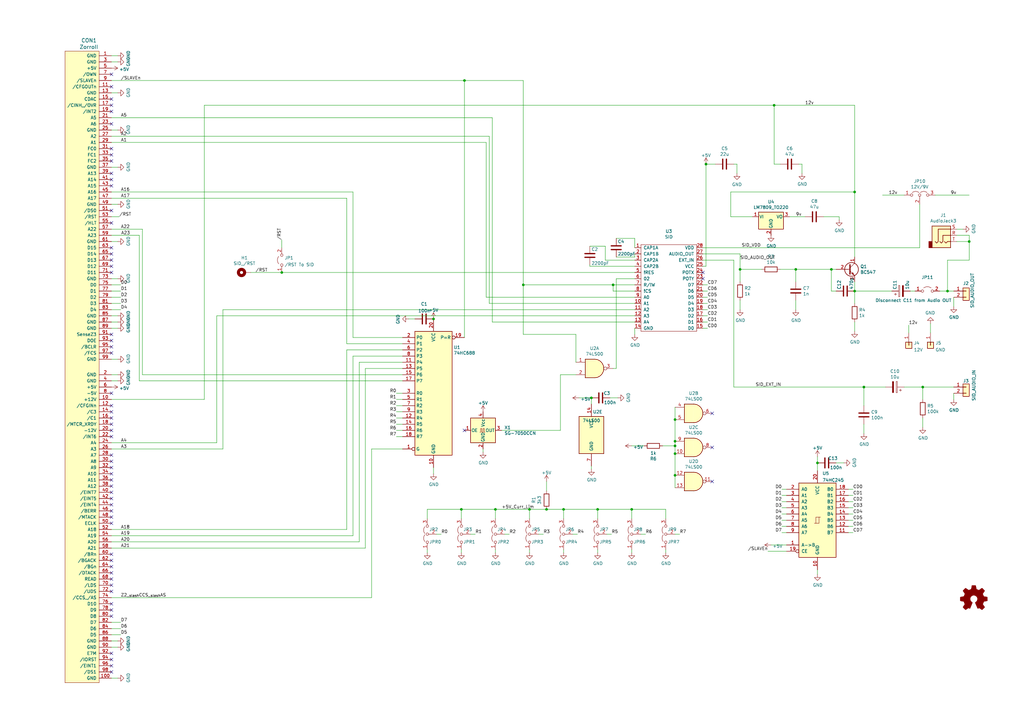
<source format=kicad_sch>
(kicad_sch (version 20211123) (generator eeschema)
  (paper "A3")
  (junction (at 326.39 110.49))
  (junction (at 276.86 182.88))
  (junction (at 354.33 158.75))
  (junction (at 214.63 116.84))
  (junction (at 335.28 189.865))
  (junction (at 388.62 119.38))
  (junction (at 397.51 99.06))
  (junction (at 317.5 43.18))
  (junction (at 245.11 208.915))
  (junction (at 303.53 110.49))
  (junction (at 259.08 208.915))
  (junction (at 276.86 172.085))
  (junction (at 115.57 111.76))
  (junction (at 177.8 130.81))
  (junction (at 350.52 119.38))
  (junction (at 276.86 180.975))
  (junction (at 224.155 208.915))
  (junction (at 289.56 67.31))
  (junction (at 276.86 186.055))
  (junction (at 276.86 194.945))
  (junction (at 189.23 208.915))
  (junction (at 340.995 110.49))
  (junction (at 251.46 116.84))
  (junction (at 378.46 158.75))
  (junction (at 217.17 208.915))
  (junction (at 231.14 208.915))
  (junction (at 350.52 78.74))
  (junction (at 190.5 33.02))
  (junction (at 242.57 163.195))
  (junction (at 203.2 208.915))
  (no_connect (at 45.72 267.97))
  (no_connect (at 45.72 270.51))
  (no_connect (at 45.72 275.59))
  (no_connect (at 45.72 273.05))
  (no_connect (at 45.72 173.99))
  (no_connect (at 45.72 176.53))
  (no_connect (at 45.72 179.07))
  (no_connect (at 45.72 171.45))
  (no_connect (at 45.72 199.39))
  (no_connect (at 45.72 201.93))
  (no_connect (at 45.72 242.57))
  (no_connect (at 45.72 247.65))
  (no_connect (at 45.72 252.73))
  (no_connect (at 45.72 250.19))
  (no_connect (at 45.72 204.47))
  (no_connect (at 45.72 207.01))
  (no_connect (at 45.72 209.55))
  (no_connect (at 45.72 212.09))
  (no_connect (at 45.72 214.63))
  (no_connect (at 45.72 229.87))
  (no_connect (at 45.72 232.41))
  (no_connect (at 45.72 234.95))
  (no_connect (at 45.72 237.49))
  (no_connect (at 45.72 240.03))
  (no_connect (at 45.72 227.33))
  (no_connect (at 45.72 139.7))
  (no_connect (at 45.72 137.16))
  (no_connect (at 45.72 142.24))
  (no_connect (at 45.72 144.78))
  (no_connect (at 45.72 166.37))
  (no_connect (at 45.72 168.91))
  (no_connect (at 292.1 169.545))
  (no_connect (at 292.1 197.485))
  (no_connect (at 288.29 111.76))
  (no_connect (at 288.29 114.3))
  (no_connect (at 292.1 183.515))
  (no_connect (at 190.5 176.53))
  (no_connect (at 45.72 86.36))
  (no_connect (at 45.72 91.44))
  (no_connect (at 45.72 101.6))
  (no_connect (at 45.72 104.14))
  (no_connect (at 45.72 106.68))
  (no_connect (at 45.72 109.22))
  (no_connect (at 45.72 111.76))
  (no_connect (at 45.72 71.12))
  (no_connect (at 45.72 73.66))
  (no_connect (at 45.72 76.2))
  (no_connect (at 45.72 60.96))
  (no_connect (at 45.72 63.5))
  (no_connect (at 45.72 66.04))
  (no_connect (at 45.72 50.8))
  (no_connect (at 45.72 45.72))
  (no_connect (at 45.72 43.18))
  (no_connect (at 45.72 30.48))
  (no_connect (at 45.72 35.56))
  (no_connect (at 45.72 40.64))
  (no_connect (at 45.72 161.29))
  (no_connect (at 45.72 186.69))
  (no_connect (at 45.72 189.23))
  (no_connect (at 45.72 191.77))
  (no_connect (at 45.72 196.85))
  (no_connect (at 45.72 194.31))
  (wire (pts (xy 83.82 163.83) (xy 83.82 43.18)))
  (wire (pts (xy 45.72 163.83) (xy 83.82 163.83)))
  (wire (pts (xy 317.5 67.31) (xy 320.04 67.31)))
  (wire (pts (xy 259.08 208.915) (xy 259.08 212.725)))
  (wire (pts (xy 199.39 121.92) (xy 260.35 121.92)))
  (wire (pts (xy 302.26 67.31) (xy 302.26 71.12)))
  (wire (pts (xy 347.98 213.36) (xy 349.885 213.36)))
  (wire (pts (xy 48.26 265.43) (xy 45.72 265.43)))
  (wire (pts (xy 326.39 110.49) (xy 340.995 110.49)))
  (wire (pts (xy 217.17 208.915) (xy 224.155 208.915)))
  (wire (pts (xy 231.14 208.915) (xy 231.14 212.725)))
  (wire (pts (xy 48.26 156.21) (xy 45.72 156.21)))
  (wire (pts (xy 48.26 147.32) (xy 45.72 147.32)))
  (wire (pts (xy 288.29 106.68) (xy 300.99 106.68)))
  (wire (pts (xy 344.17 88.9) (xy 344.17 90.17)))
  (wire (pts (xy 45.72 68.58) (xy 48.26 68.58)))
  (wire (pts (xy 391.16 121.92) (xy 391.16 125.73)))
  (wire (pts (xy 115.57 101.6) (xy 115.57 98.425)))
  (wire (pts (xy 45.72 81.28) (xy 142.24 81.28)))
  (wire (pts (xy 45.72 25.4) (xy 48.26 25.4)))
  (wire (pts (xy 251.46 116.84) (xy 260.35 116.84)))
  (wire (pts (xy 48.26 278.13) (xy 45.72 278.13)))
  (wire (pts (xy 45.72 245.11) (xy 152.4 245.11)))
  (wire (pts (xy 383.54 80.01) (xy 397.51 80.01)))
  (wire (pts (xy 83.82 43.18) (xy 317.5 43.18)))
  (wire (pts (xy 289.56 67.31) (xy 293.37 67.31)))
  (wire (pts (xy 303.53 123.19) (xy 303.53 127)))
  (wire (pts (xy 323.85 88.9) (xy 330.2 88.9)))
  (wire (pts (xy 45.72 58.42) (xy 199.39 58.42)))
  (wire (pts (xy 142.24 140.97) (xy 165.1 140.97)))
  (wire (pts (xy 165.1 171.45) (xy 162.56 171.45)))
  (wire (pts (xy 288.29 127) (xy 290.195 127)))
  (wire (pts (xy 241.935 109.22) (xy 241.935 108.585)))
  (wire (pts (xy 45.72 260.35) (xy 49.53 260.35)))
  (wire (pts (xy 214.63 33.02) (xy 190.5 33.02)))
  (wire (pts (xy 175.26 225.425) (xy 175.26 226.695)))
  (wire (pts (xy 251.46 116.84) (xy 214.63 116.84)))
  (wire (pts (xy 377.19 83.82) (xy 377.19 101.6)))
  (wire (pts (xy 234.95 219.075) (xy 236.855 219.075)))
  (wire (pts (xy 251.46 119.38) (xy 260.35 119.38)))
  (wire (pts (xy 45.72 224.79) (xy 149.86 224.79)))
  (wire (pts (xy 48.26 153.67) (xy 45.72 153.67)))
  (wire (pts (xy 350.52 132.08) (xy 350.52 135.89)))
  (wire (pts (xy 45.72 22.86) (xy 48.26 22.86)))
  (wire (pts (xy 320.675 200.66) (xy 322.58 200.66)))
  (wire (pts (xy 290.195 124.46) (xy 288.29 124.46)))
  (wire (pts (xy 303.53 110.49) (xy 312.42 110.49)))
  (wire (pts (xy 320.675 215.9) (xy 322.58 215.9)))
  (wire (pts (xy 224.155 197.485) (xy 224.155 201.295)))
  (wire (pts (xy 262.89 219.075) (xy 264.795 219.075)))
  (wire (pts (xy 350.52 78.74) (xy 350.52 105.41)))
  (wire (pts (xy 201.93 132.08) (xy 260.35 132.08)))
  (wire (pts (xy 142.24 143.51) (xy 165.1 143.51)))
  (wire (pts (xy 337.82 88.9) (xy 344.17 88.9)))
  (wire (pts (xy 45.72 127) (xy 49.53 127)))
  (wire (pts (xy 397.51 99.06) (xy 397.51 96.52)))
  (wire (pts (xy 45.72 99.06) (xy 48.26 99.06)))
  (wire (pts (xy 347.98 215.9) (xy 349.885 215.9)))
  (wire (pts (xy 300.99 67.31) (xy 302.26 67.31)))
  (wire (pts (xy 190.5 33.02) (xy 190.5 138.43)))
  (wire (pts (xy 200.66 55.88) (xy 45.72 55.88)))
  (wire (pts (xy 326.39 123.19) (xy 326.39 127)))
  (wire (pts (xy 224.155 208.915) (xy 231.14 208.915)))
  (wire (pts (xy 391.16 119.38) (xy 388.62 119.38)))
  (wire (pts (xy 363.22 158.75) (xy 354.33 158.75)))
  (wire (pts (xy 229.87 153.67) (xy 229.87 176.53)))
  (wire (pts (xy 342.9 189.865) (xy 346.075 189.865)))
  (wire (pts (xy 317.5 67.31) (xy 317.5 43.18)))
  (wire (pts (xy 165.1 168.91) (xy 162.56 168.91)))
  (wire (pts (xy 260.35 104.14) (xy 260.35 105.41)))
  (wire (pts (xy 149.86 224.79) (xy 149.86 151.13)))
  (wire (pts (xy 350.52 119.38) (xy 350.52 124.46)))
  (wire (pts (xy 193.04 219.075) (xy 194.945 219.075)))
  (wire (pts (xy 147.32 222.25) (xy 45.72 222.25)))
  (wire (pts (xy 350.52 119.38) (xy 365.76 119.38)))
  (wire (pts (xy 57.15 156.21) (xy 165.1 156.21)))
  (wire (pts (xy 276.86 219.075) (xy 278.765 219.075)))
  (wire (pts (xy 320.675 205.74) (xy 322.58 205.74)))
  (wire (pts (xy 49.53 119.38) (xy 45.72 119.38)))
  (wire (pts (xy 144.78 78.74) (xy 45.72 78.74)))
  (wire (pts (xy 45.72 184.15) (xy 91.44 184.15)))
  (wire (pts (xy 288.29 132.08) (xy 290.195 132.08)))
  (wire (pts (xy 259.08 182.88) (xy 264.16 182.88)))
  (wire (pts (xy 340.995 110.49) (xy 340.995 119.38)))
  (wire (pts (xy 175.26 208.915) (xy 189.23 208.915)))
  (wire (pts (xy 45.72 83.82) (xy 48.26 83.82)))
  (wire (pts (xy 340.995 110.49) (xy 342.9 110.49)))
  (wire (pts (xy 144.78 146.05) (xy 165.1 146.05)))
  (wire (pts (xy 320.675 208.28) (xy 322.58 208.28)))
  (wire (pts (xy 347.98 218.44) (xy 349.885 218.44)))
  (wire (pts (xy 45.72 257.81) (xy 49.53 257.81)))
  (wire (pts (xy 288.29 119.38) (xy 290.195 119.38)))
  (wire (pts (xy 273.05 208.915) (xy 273.05 212.725)))
  (wire (pts (xy 45.72 121.92) (xy 49.53 121.92)))
  (wire (pts (xy 91.44 184.15) (xy 91.44 127)))
  (wire (pts (xy 45.72 53.34) (xy 48.26 53.34)))
  (wire (pts (xy 179.07 219.075) (xy 180.975 219.075)))
  (wire (pts (xy 88.9 129.54) (xy 88.9 181.61)))
  (wire (pts (xy 162.56 161.29) (xy 165.1 161.29)))
  (wire (pts (xy 397.51 106.68) (xy 397.51 99.06)))
  (wire (pts (xy 165.1 153.67) (xy 58.42 153.67)))
  (wire (pts (xy 354.33 173.99) (xy 354.33 177.8)))
  (wire (pts (xy 48.26 129.54) (xy 45.72 129.54)))
  (wire (pts (xy 388.62 119.38) (xy 385.445 119.38)))
  (wire (pts (xy 388.62 106.68) (xy 397.51 106.68)))
  (wire (pts (xy 289.56 67.31) (xy 289.56 109.22)))
  (wire (pts (xy 370.84 80.01) (xy 361.95 80.01)))
  (wire (pts (xy 220.98 219.075) (xy 222.885 219.075)))
  (wire (pts (xy 397.51 96.52) (xy 392.43 96.52)))
  (wire (pts (xy 260.35 109.22) (xy 241.935 109.22)))
  (wire (pts (xy 236.22 137.16) (xy 236.22 148.59)))
  (wire (pts (xy 214.63 116.84) (xy 214.63 33.02)))
  (wire (pts (xy 45.72 88.9) (xy 48.895 88.9)))
  (wire (pts (xy 335.28 233.68) (xy 335.28 235.585)))
  (wire (pts (xy 276.86 194.945) (xy 276.86 200.025)))
  (wire (pts (xy 165.1 138.43) (xy 144.78 138.43)))
  (wire (pts (xy 375.285 119.38) (xy 373.38 119.38)))
  (wire (pts (xy 290.195 129.54) (xy 288.29 129.54)))
  (wire (pts (xy 288.29 116.84) (xy 290.195 116.84)))
  (wire (pts (xy 288.29 104.14) (xy 303.53 104.14)))
  (wire (pts (xy 259.08 225.425) (xy 259.08 226.695)))
  (wire (pts (xy 149.86 151.13) (xy 165.1 151.13)))
  (wire (pts (xy 45.72 38.1) (xy 48.26 38.1)))
  (wire (pts (xy 237.49 163.195) (xy 242.57 163.195)))
  (wire (pts (xy 320.04 110.49) (xy 326.39 110.49)))
  (wire (pts (xy 260.35 101.6) (xy 260.35 97.79)))
  (wire (pts (xy 45.72 217.17) (xy 142.24 217.17)))
  (wire (pts (xy 162.56 176.53) (xy 165.1 176.53)))
  (wire (pts (xy 308.61 88.9) (xy 299.72 88.9)))
  (wire (pts (xy 203.2 208.915) (xy 217.17 208.915)))
  (wire (pts (xy 214.63 137.16) (xy 236.22 137.16)))
  (wire (pts (xy 320.675 203.2) (xy 322.58 203.2)))
  (wire (pts (xy 372.745 133.35) (xy 372.745 136.525)))
  (wire (pts (xy 57.15 96.52) (xy 57.15 156.21)))
  (wire (pts (xy 147.32 148.59) (xy 147.32 222.25)))
  (wire (pts (xy 88.9 129.54) (xy 260.35 129.54)))
  (wire (pts (xy 115.57 111.76) (xy 260.35 111.76)))
  (wire (pts (xy 199.39 58.42) (xy 199.39 121.92)))
  (wire (pts (xy 252.73 114.3) (xy 252.73 151.13)))
  (wire (pts (xy 260.35 105.41) (xy 252.73 105.41)))
  (wire (pts (xy 142.24 217.17) (xy 142.24 143.51)))
  (wire (pts (xy 207.01 219.075) (xy 208.915 219.075)))
  (wire (pts (xy 144.78 138.43) (xy 144.78 78.74)))
  (wire (pts (xy 165.1 166.37) (xy 162.56 166.37)))
  (wire (pts (xy 88.9 181.61) (xy 45.72 181.61)))
  (wire (pts (xy 217.17 208.915) (xy 217.17 212.725)))
  (wire (pts (xy 231.14 225.425) (xy 231.14 226.695)))
  (wire (pts (xy 45.72 219.71) (xy 144.78 219.71)))
  (wire (pts (xy 45.72 116.84) (xy 49.53 116.84)))
  (wire (pts (xy 392.43 99.06) (xy 397.51 99.06)))
  (wire (pts (xy 248.285 106.68) (xy 248.285 100.965)))
  (wire (pts (xy 276.86 172.085) (xy 276.86 180.975)))
  (wire (pts (xy 251.46 116.84) (xy 251.46 119.38)))
  (wire (pts (xy 378.46 158.75) (xy 378.46 163.83)))
  (wire (pts (xy 300.99 158.75) (xy 354.33 158.75)))
  (wire (pts (xy 340.995 119.38) (xy 342.9 119.38)))
  (wire (pts (xy 189.23 208.915) (xy 203.2 208.915)))
  (wire (pts (xy 252.73 114.3) (xy 260.35 114.3)))
  (wire (pts (xy 45.72 134.62) (xy 48.26 134.62)))
  (wire (pts (xy 391.16 158.75) (xy 378.46 158.75)))
  (wire (pts (xy 276.86 180.975) (xy 276.86 182.88)))
  (wire (pts (xy 252.73 151.13) (xy 251.46 151.13)))
  (wire (pts (xy 378.46 158.75) (xy 370.84 158.75)))
  (wire (pts (xy 271.78 182.88) (xy 276.86 182.88)))
  (wire (pts (xy 314.96 226.06) (xy 322.58 226.06)))
  (wire (pts (xy 175.26 208.915) (xy 175.26 212.725)))
  (wire (pts (xy 260.35 106.68) (xy 248.285 106.68)))
  (wire (pts (xy 350.52 43.18) (xy 350.52 78.74)))
  (wire (pts (xy 273.05 225.425) (xy 273.05 226.695)))
  (wire (pts (xy 200.66 124.46) (xy 260.35 124.46)))
  (wire (pts (xy 276.86 186.055) (xy 276.86 194.945)))
  (wire (pts (xy 303.53 115.57) (xy 303.53 110.49)))
  (wire (pts (xy 328.93 67.31) (xy 328.93 71.12)))
  (wire (pts (xy 217.17 225.425) (xy 217.17 226.695)))
  (wire (pts (xy 320.675 218.44) (xy 322.58 218.44)))
  (wire (pts (xy 242.57 191.135) (xy 242.57 192.405)))
  (wire (pts (xy 91.44 127) (xy 260.35 127)))
  (wire (pts (xy 276.86 167.005) (xy 276.86 172.085)))
  (wire (pts (xy 335.28 187.325) (xy 335.28 189.865)))
  (wire (pts (xy 320.675 210.82) (xy 322.58 210.82)))
  (wire (pts (xy 320.675 213.36) (xy 322.58 213.36)))
  (wire (pts (xy 347.98 205.74) (xy 349.885 205.74)))
  (wire (pts (xy 335.28 189.865) (xy 335.28 193.04)))
  (wire (pts (xy 299.72 78.74) (xy 350.52 78.74)))
  (wire (pts (xy 388.62 106.68) (xy 388.62 119.38)))
  (wire (pts (xy 288.29 121.92) (xy 290.195 121.92)))
  (wire (pts (xy 45.72 96.52) (xy 57.15 96.52)))
  (wire (pts (xy 165.1 148.59) (xy 147.32 148.59)))
  (wire (pts (xy 327.66 67.31) (xy 328.93 67.31)))
  (wire (pts (xy 392.43 93.98) (xy 394.97 93.98)))
  (wire (pts (xy 354.33 158.75) (xy 354.33 166.37)))
  (wire (pts (xy 347.98 208.28) (xy 349.885 208.28)))
  (wire (pts (xy 49.53 124.46) (xy 45.72 124.46)))
  (wire (pts (xy 347.98 203.2) (xy 349.885 203.2)))
  (wire (pts (xy 245.11 208.915) (xy 245.11 212.725)))
  (wire (pts (xy 276.86 182.88) (xy 276.86 186.055)))
  (wire (pts (xy 201.93 48.26) (xy 201.93 132.08)))
  (wire (pts (xy 58.42 93.98) (xy 45.72 93.98)))
  (wire (pts (xy 245.11 225.425) (xy 245.11 226.695)))
  (wire (pts (xy 391.16 161.29) (xy 391.16 163.83)))
  (wire (pts (xy 48.26 262.89) (xy 45.72 262.89)))
  (wire (pts (xy 378.46 171.45) (xy 378.46 175.26)))
  (wire (pts (xy 189.23 208.915) (xy 189.23 212.725)))
  (wire (pts (xy 316.23 223.52) (xy 322.58 223.52)))
  (wire (pts (xy 45.72 48.26) (xy 201.93 48.26)))
  (wire (pts (xy 45.72 33.02) (xy 190.5 33.02)))
  (wire (pts (xy 229.87 153.67) (xy 236.22 153.67)))
  (wire (pts (xy 200.66 124.46) (xy 200.66 55.88)))
  (wire (pts (xy 177.8 191.77) (xy 177.8 194.31)))
  (wire (pts (xy 350.52 115.57) (xy 350.52 119.38)))
  (wire (pts (xy 152.4 245.11) (xy 152.4 184.15)))
  (wire (pts (xy 144.78 219.71) (xy 144.78 146.05)))
  (wire (pts (xy 231.14 208.915) (xy 245.11 208.915)))
  (wire (pts (xy 290.195 134.62) (xy 288.29 134.62)))
  (wire (pts (xy 248.92 219.075) (xy 250.825 219.075)))
  (wire (pts (xy 299.72 88.9) (xy 299.72 78.74)))
  (wire (pts (xy 248.285 100.965) (xy 241.935 100.965)))
  (wire (pts (xy 214.63 137.16) (xy 214.63 116.84)))
  (wire (pts (xy 205.74 176.53) (xy 229.87 176.53)))
  (wire (pts (xy 349.885 200.66) (xy 347.98 200.66)))
  (wire (pts (xy 326.39 110.49) (xy 326.39 115.57)))
  (wire (pts (xy 203.2 225.425) (xy 203.2 226.695)))
  (wire (pts (xy 165.1 163.83) (xy 162.56 163.83)))
  (wire (pts (xy 170.18 130.81) (xy 167.64 130.81)))
  (wire (pts (xy 317.5 43.18) (xy 350.52 43.18)))
  (wire (pts (xy 45.72 114.3) (xy 48.26 114.3)))
  (wire (pts (xy 381.635 136.525) (xy 381.635 132.715)))
  (wire (pts (xy 165.1 173.99) (xy 162.56 173.99)))
  (wire (pts (xy 45.72 132.08) (xy 48.26 132.08)))
  (wire (pts (xy 45.72 255.27) (xy 49.53 255.27)))
  (wire (pts (xy 300.99 106.68) (xy 300.99 158.75)))
  (wire (pts (xy 259.08 208.915) (xy 273.05 208.915)))
  (wire (pts (xy 303.53 104.14) (xy 303.53 110.49)))
  (wire (pts (xy 245.11 208.915) (xy 259.08 208.915)))
  (wire (pts (xy 260.35 97.79) (xy 252.73 97.79)))
  (wire (pts (xy 377.19 101.6) (xy 288.29 101.6)))
  (wire (pts (xy 250.19 163.195) (xy 253.365 163.195)))
  (wire (pts (xy 198.12 184.15) (xy 198.12 185.42)))
  (wire (pts (xy 165.1 179.07) (xy 162.56 179.07)))
  (wire (pts (xy 152.4 184.15) (xy 165.1 184.15)))
  (wire (pts (xy 288.29 109.22) (xy 289.56 109.22)))
  (wire (pts (xy 142.24 81.28) (xy 142.24 140.97)))
  (wire (pts (xy 102.87 111.76) (xy 115.57 111.76)))
  (wire (pts (xy 203.2 208.915) (xy 203.2 212.725)))
  (wire (pts (xy 347.98 210.82) (xy 349.885 210.82)))
  (wire (pts (xy 58.42 153.67) (xy 58.42 93.98)))
  (wire (pts (xy 189.23 225.425) (xy 189.23 226.695)))
  (wire (pts (xy 242.57 163.195) (xy 242.57 165.735)))
  (wire (pts (xy 260.35 137.16) (xy 260.35 134.62)))
  (label "CD0" (at 349.885 200.66 0))
  (label "D3" (at 49.53 124.46 0))
  (label "+5V_Curr_Lim" (at 205.74 208.915 0))
  (label "D7" (at 320.675 218.44 180))
  (label "12v" (at 372.745 133.35 0))
  (label "D6" (at 320.675 215.9 180))
  (label "9v" (at 326.39 88.9 0))
  (label "A1" (at 49.53 58.42 0))
  (label "R1" (at 162.56 163.83 180))
  (label "CD1" (at 349.885 203.2 0))
  (label "CD6" (at 349.885 215.9 0))
  (label "D1" (at 49.53 119.38 0))
  (label "R0" (at 180.975 219.075 0))
  (label "CD5" (at 349.885 213.36 0))
  (label "D6" (at 49.53 257.81 0))
  (label "D0" (at 49.53 116.84 0))
  (label "R4" (at 162.56 171.45 180))
  (label "SID_VDD" (at 304.165 101.6 0))
  (label "D1" (at 320.675 203.2 180))
  (label "D5" (at 320.675 213.36 180))
  (label "CD2" (at 290.195 129.54 0))
  (label "CD1" (at 290.195 132.08 0))
  (label "R3" (at 162.56 168.91 180))
  (label "9v" (at 389.89 80.01 0))
  (label "R7" (at 278.765 219.075 0))
  (label "A23" (at 49.6557 96.52 0))
  (label "A18" (at 49.53 217.17 0))
  (label "{slash}SLAVEn" (at 314.96 226.06 180))
  (label "CD2" (at 349.885 205.74 0))
  (label "R2" (at 208.915 219.075 0))
  (label "{slash}SLAVEn" (at 49.53 33.02 0))
  (label "Z2__{slash}CCS__{slash}AS" (at 49.53 245.11 0))
  (label "CD4" (at 290.195 124.46 0))
  (label "R6" (at 162.56 176.53 180))
  (label "R0" (at 162.56 161.29 180))
  (label "D4" (at 49.53 127 0))
  (label "12v" (at 330.2 43.18 0))
  (label "A2" (at 49.53 55.88 0))
  (label "R2" (at 162.56 166.37 180))
  (label "12v" (at 364.49 80.01 0))
  (label "CD7" (at 349.885 218.44 0))
  (label "A5" (at 49.53 48.26 0))
  (label "D5" (at 49.53 260.35 0))
  (label "D7" (at 49.53 255.27 0))
  (label "{slash}RST" (at 48.895 88.9 0))
  (label "CD0" (at 290.195 134.62 0))
  (label "R3" (at 222.885 219.075 0))
  (label "R5" (at 250.825 219.075 0))
  (label "CD6" (at 290.195 119.38 0))
  (label "{slash}RST" (at 104.775 111.76 0))
  (label "A19" (at 49.53 219.71 0))
  (label "D3" (at 320.675 208.28 180))
  (label "R7" (at 162.56 179.07 180))
  (label "SID_AUDIO_OUT" (at 303.53 106.68 0))
  (label "D2" (at 320.675 205.74 180))
  (label "A21" (at 49.53 224.79 0))
  (label "CD3" (at 349.885 208.28 0))
  (label "A3" (at 49.53 184.15 0))
  (label "D4" (at 320.675 210.82 180))
  (label "R6" (at 264.795 219.075 0))
  (label "CD7" (at 290.195 116.84 0))
  (label "R5" (at 162.56 173.99 180))
  (label "D2" (at 49.53 121.92 0))
  (label "CD5" (at 290.195 121.92 0))
  (label "A22" (at 49.53 93.98 0))
  (label "CD4" (at 349.885 210.82 0))
  (label "SID_EXT_IN" (at 309.88 158.75 0))
  (label "{slash}RST" (at 115.57 98.425 90))
  (label "R4" (at 236.855 219.075 0))
  (label "R1" (at 194.945 219.075 0))
  (label "A17" (at 49.53 81.28 0))
  (label "CD3" (at 290.195 127 0))
  (label "A16" (at 49.53 78.74 0))
  (label "A4" (at 49.53 181.61 0))
  (label "D0" (at 320.675 200.66 180))
  (label "A20" (at 49.5494 222.25 0))
  (symbol (lib_id "74xx:74LS00") (at 243.84 151.13 0) (unit 1)
    (property "Reference" "U2" (at 243.84 142.875 0))
    (property "Value" "74LS00" (at 243.84 145.1864 0))
    (property "Footprint" "Package_SO:SOIC-14_3.9x8.7mm_P1.27mm" (effects hide))
    (property "Datasheet" "http://www.ti.com/lit/gpn/sn74ls00" (effects hide))
  )
  (symbol (lib_id "74xx:74HC688") (at 177.8 161.29 0) (unit 1)
    (property "Reference" "U1" (at 186.055 142.4686 0) (effects (justify left)))
    (property "Value" "74HC688" (at 186.055 144.78 0) (effects (justify left)))
    (property "Footprint" "Package_SO:TSSOP-20_4.4x6.5mm_P0.65mm" (effects hide))
    (property "Datasheet" "https://www.ti.com/lit/ds/symlink/cd54hc688.pdf" (effects hide))
  )
  (symbol (lib_id "AmigaSID:ZorroII") (at 45.72 144.78 0) (unit 1)
    (property "Reference" "CON1" (at 36.4998 16.5862 0) (effects (font (size 1.524 1.524))))
    (property "Value" "ZorroII" (at 36.4998 19.2786 0) (effects (font (size 1.524 1.524))))
    (property "Footprint" "AmigaSID:ZorroII" (effects hide))
  )
  (symbol (lib_id "Transistor_BJT:BC547") (at 347.98 110.49 0) (unit 1)
    (property "Reference" "Q1" (at 352.8314 109.3216 0) (effects (justify left)))
    (property "Value" "BC547" (at 352.8314 111.633 0) (effects (justify left)))
    (property "Footprint" "Package_TO_SOT_THT:TO-92_Inline_Wide" (effects hide))
    (property "Datasheet" "https://www.onsemi.com/pub/Collateral/BC550-D.pdf" (effects hide))
  )
  (symbol (lib_id "Device:R") (at 350.52 128.27 0) (unit 1)
    (property "Reference" "R4" (at 352.298 127.1016 0) (effects (justify left)))
    (property "Value" "1k" (at 352.298 129.413 0) (effects (justify left)))
    (property "Footprint" "Resistor_SMD:R_0805_2012Metric_Pad1.20x1.40mm_HandSolder" (effects hide))
  )
  (symbol (lib_id "Device:R") (at 316.23 110.49 270) (unit 1)
    (property "Reference" "R3" (at 316.23 105.2322 90))
    (property "Value" "10k" (at 316.23 107.5436 90))
    (property "Footprint" "Resistor_SMD:R_0805_2012Metric_Pad1.20x1.40mm_HandSolder" (effects hide))
  )
  (symbol (lib_id "Device:R") (at 303.53 119.38 0) (unit 1)
    (property "Reference" "R2" (at 305.308 118.2116 0) (effects (justify left)))
    (property "Value" "1k" (at 305.308 120.523 0) (effects (justify left)))
    (property "Footprint" "Resistor_SMD:R_0805_2012Metric_Pad1.20x1.40mm_HandSolder" (effects hide))
  )
  (symbol (lib_id "power:GND") (at 303.53 127 0) (unit 1)
    (property "Reference" "#PWR033" (effects hide))
    (property "Value" "GND" (at 303.657 131.3942 0))
  )
  (symbol (lib_id "power:GND") (at 350.52 135.89 0) (unit 1)
    (property "Reference" "#PWR039" (effects hide))
    (property "Value" "GND" (at 350.647 140.2842 0))
  )
  (symbol (lib_id "Device:C") (at 326.39 119.38 0) (unit 1)
    (property "Reference" "C7" (at 329.311 118.2116 0) (effects (justify left)))
    (property "Value" "1n" (at 329.311 120.523 0) (effects (justify left)))
    (property "Footprint" "Capacitor_SMD:C_0805_2012Metric_Pad1.18x1.45mm_HandSolder" (effects hide))
  )
  (symbol (lib_id "Device:C") (at 354.33 170.18 0) (unit 1)
    (property "Reference" "C9" (at 357.251 169.0116 0) (effects (justify left)))
    (property "Value" "100n" (at 357.251 171.323 0) (effects (justify left)))
    (property "Footprint" "Capacitor_SMD:C_0805_2012Metric_Pad1.18x1.45mm_HandSolder" (effects hide))
  )
  (symbol (lib_id "Device:C_Polarized") (at 369.57 119.38 90) (unit 1)
    (property "Reference" "C11" (at 367.03 118.745 0) (effects (justify left)))
    (property "Value" "10u" (at 372.11 118.745 0) (effects (justify left)))
    (property "Footprint" "Capacitor_THT:CP_Radial_D7.5mm_P2.50mm" (effects hide))
  )
  (symbol (lib_id "Device:C_Polarized") (at 367.03 158.75 270) (mirror x) (unit 1)
    (property "Reference" "C10" (at 367.03 152.273 90))
    (property "Value" "10u" (at 367.03 154.5844 90))
    (property "Footprint" "Capacitor_THT:CP_Radial_D7.5mm_P2.50mm" (effects hide))
  )
  (symbol (lib_id "Device:C") (at 297.18 67.31 270) (unit 1)
    (property "Reference" "C5" (at 297.18 60.9092 90))
    (property "Value" "22u" (at 297.18 63.2206 90))
    (property "Footprint" "Capacitor_SMD:C_0805_2012Metric_Pad1.18x1.45mm_HandSolder" (effects hide))
  )
  (symbol (lib_id "Device:C") (at 323.85 67.31 270) (unit 1)
    (property "Reference" "C6" (at 323.85 60.9092 90))
    (property "Value" "47u" (at 323.85 63.2206 90))
    (property "Footprint" "Capacitor_SMD:C_0805_2012Metric_Pad1.18x1.45mm_HandSolder" (effects hide))
  )
  (symbol (lib_id "Connector_Generic:Conn_01x02") (at 396.24 119.38 0) (unit 1)
    (property "Reference" "J2" (at 394.97 116.205 0) (effects (justify left)))
    (property "Value" "SID_AUDIO_OUT" (at 398.78 126.365 90) (effects (justify left)))
    (property "Footprint" "TerminalBlock_4Ucon:TerminalBlock_4Ucon_1x02_P3.50mm_Horizontal" (effects hide))
  )
  (symbol (lib_id "Connector_Generic:Conn_01x02") (at 396.24 158.75 0) (unit 1)
    (property "Reference" "J3" (at 394.97 156.21 0) (effects (justify left)))
    (property "Value" "SID_AUDIO_IN" (at 399.415 164.465 90) (effects (justify left)))
    (property "Footprint" "TerminalBlock_4Ucon:TerminalBlock_4Ucon_1x02_P3.50mm_Horizontal" (effects hide))
  )
  (symbol (lib_id "power:GND") (at 328.93 71.12 0) (unit 1)
    (property "Reference" "#PWR036" (effects hide))
    (property "Value" "GND" (at 329.057 75.5142 0))
  )
  (symbol (lib_id "power:GND") (at 391.16 125.73 0) (unit 1)
    (property "Reference" "#PWR042" (effects hide))
    (property "Value" "GND" (at 391.287 130.1242 0))
  )
  (symbol (lib_id "power:GND") (at 391.16 163.83 0) (unit 1)
    (property "Reference" "#PWR043" (effects hide))
    (property "Value" "GND" (at 391.287 168.2242 0))
  )
  (symbol (lib_id "power:GND") (at 354.33 177.8 0) (unit 1)
    (property "Reference" "#PWR040" (effects hide))
    (property "Value" "GND" (at 354.457 182.1942 0))
  )
  (symbol (lib_id "power:GND") (at 326.39 127 0) (unit 1)
    (property "Reference" "#PWR035" (effects hide))
    (property "Value" "GND" (at 326.517 131.3942 0))
  )
  (symbol (lib_id "Mechanical:MountingHole_Pad") (at 100.33 111.76 90) (unit 1)
    (property "Reference" "H1" (at 100.2538 105.7402 90))
    (property "Value" "SID_/RST" (at 100.2538 108.0516 90))
    (property "Footprint" "Connector_Pin:Pin_D0.7mm_L6.5mm_W1.8mm_FlatFork" (effects hide))
  )
  (symbol (lib_id "Oscillator:SG-7050CCN") (at 198.12 176.53 0) (unit 1)
    (property "Reference" "X1" (at 206.8576 175.3616 0) (effects (justify left)))
    (property "Value" "SG-7050CCN" (at 206.8576 177.673 0) (effects (justify left)))
    (property "Footprint" "Oscillator:Oscillator_SMD_SeikoEpson_SG8002CA-4Pin_7.0x5.0mm" (effects hide))
    (property "Datasheet" "https://support.epson.biz/td/api/doc_check.php?dl=brief_SG7050CAN&lang=en" (effects hide))
  )
  (symbol (lib_id "power:GND") (at 48.26 278.13 90) (unit 1)
    (property "Reference" "#PWR017" (effects hide))
    (property "Value" "GND" (at 52.6542 278.003 0))
  )
  (symbol (lib_id "AmigaSID:SID") (at 274.32 121.92 0) (unit 1)
    (property "Reference" "U3" (at 274.32 94.8436 0))
    (property "Value" "SID" (at 274.32 97.155 0))
    (property "Footprint" "Package_DIP:DIP-28_W15.24mm_Socket_LongPads" (effects hide))
  )
  (symbol (lib_id "Regulator_Linear:LM7809_TO220") (at 316.23 88.9 0) (unit 1)
    (property "Reference" "U4" (at 316.23 82.7532 0))
    (property "Value" "LM7809_TO220" (at 316.23 85.0646 0))
    (property "Footprint" "Package_TO_SOT_THT:TO-220-3_Vertical" (effects hide))
    (property "Datasheet" "http://www.fairchildsemi.com/ds/LM/LM7805.pdf" (effects hide))
  )
  (symbol (lib_id "Device:C") (at 334.01 88.9 270) (unit 1)
    (property "Reference" "C8" (at 334.01 82.4992 90))
    (property "Value" "47u" (at 334.01 84.8106 90))
    (property "Footprint" "Capacitor_SMD:C_0805_2012Metric_Pad1.18x1.45mm_HandSolder" (effects hide))
  )
  (symbol (lib_id "power:GND") (at 316.23 96.52 0) (unit 1)
    (property "Reference" "#PWR034" (effects hide))
    (property "Value" "GND" (at 316.357 100.9142 0))
  )
  (symbol (lib_id "power:GND") (at 344.17 90.17 0) (unit 1)
    (property "Reference" "#PWR038" (effects hide))
    (property "Value" "GND" (at 344.297 94.5642 0))
  )
  (symbol (lib_id "Jumper:Jumper_3_Open") (at 377.19 80.01 0) (unit 1)
    (property "Reference" "JP10" (at 377.19 74.3204 0))
    (property "Value" "12V/9V" (at 377.19 76.6318 0))
    (property "Footprint" "Connector_PinHeader_2.54mm:PinHeader_1x03_P2.54mm_Vertical" (effects hide))
  )
  (symbol (lib_id "power:GND") (at 394.97 93.98 90) (unit 1)
    (property "Reference" "#PWR041" (effects hide))
    (property "Value" "GND" (at 399.3642 93.853 0))
  )
  (symbol (lib_id "Connector:AudioJack3") (at 387.35 96.52 0) (unit 1)
    (property "Reference" "J1" (at 386.8928 88.265 0))
    (property "Value" "AudioJack3" (at 386.8928 90.5764 0))
    (property "Footprint" "Audio_More:Jack_3.5mm_4UCON" (effects hide))
  )
  (symbol (lib_id "74xx:74LS00") (at 242.57 178.435 0) (unit 5)
    (property "Reference" "U2" (at 245.11 168.91 0))
    (property "Value" "74LS00" (at 242.57 172.4914 0))
    (property "Footprint" "Package_SO:SOIC-14_3.9x8.7mm_P1.27mm" (effects hide))
    (property "Datasheet" "http://www.ti.com/lit/gpn/sn74ls00" (effects hide))
  )
  (symbol (lib_id "power:GND") (at 48.26 134.62 90) (unit 1)
    (property "Reference" "#PWR011" (effects hide))
    (property "Value" "GND" (at 52.6542 134.493 0))
  )
  (symbol (lib_id "Device:R") (at 267.97 182.88 90) (unit 1)
    (property "Reference" "R6" (at 267.97 188.1378 90))
    (property "Value" "1k" (at 267.97 185.8264 90))
    (property "Footprint" "Resistor_SMD:R_0805_2012Metric_Pad1.20x1.40mm_HandSolder" (effects hide))
  )
  (symbol (lib_id "power:GND") (at 242.57 192.405 0) (unit 1)
    (property "Reference" "#PWR026" (effects hide))
    (property "Value" "GND" (at 242.697 196.7992 0))
  )
  (symbol (lib_id "power:GND") (at 273.05 226.695 0) (unit 1)
    (property "Reference" "#PWR031" (effects hide))
    (property "Value" "GND" (at 273.177 231.0892 0))
  )
  (symbol (lib_id "Jumper:Jumper_2_Open") (at 380.365 119.38 0) (unit 1)
    (property "Reference" "JP11" (at 380.365 113.7625 0))
    (property "Value" "Disconnect C11 from Audio OUT" (at 374.65 123.19 0))
    (property "Footprint" "Connector_PinHeader_2.54mm:PinHeader_1x02_P2.54mm_Vertical" (effects hide))
  )
  (symbol (lib_id "74xx:74LS00") (at 284.48 183.515 0) (unit 3)
    (property "Reference" "U2" (at 284.48 175.26 0))
    (property "Value" "74LS00" (at 284.48 177.5714 0))
    (property "Footprint" "Package_SO:SOIC-14_3.9x8.7mm_P1.27mm" (effects hide))
    (property "Datasheet" "http://www.ti.com/lit/gpn/sn74ls00" (effects hide))
  )
  (symbol (lib_id "Jumper:Jumper_3_Open") (at 203.2 219.075 90) (unit 1)
    (property "Reference" "JP4" (at 207.645 217.17 90) (effects (justify left)))
    (property "Value" "JPR2" (at 208.915 222.25 90) (effects (justify left)))
    (property "Footprint" "Connector_PinHeader_2.54mm:PinHeader_1x03_P2.54mm_Vertical" (effects hide))
  )
  (symbol (lib_id "Jumper:Jumper_3_Open") (at 189.23 219.075 90) (unit 1)
    (property "Reference" "JP3" (at 193.675 217.17 90) (effects (justify left)))
    (property "Value" "JPR1" (at 194.945 222.25 90) (effects (justify left)))
    (property "Footprint" "Connector_PinHeader_2.54mm:PinHeader_1x03_P2.54mm_Vertical" (effects hide))
  )
  (symbol (lib_id "power:GND") (at 48.26 153.67 90) (unit 1)
    (property "Reference" "#PWR013" (effects hide))
    (property "Value" "GND" (at 52.6542 153.543 0))
  )
  (symbol (lib_id "Connector_Generic:Conn_01x01") (at 381.635 141.605 270) (unit 1)
    (property "Reference" "J5" (at 383.667 140.6965 90) (effects (justify left)))
    (property "Value" "GND" (at 383.667 143.4716 90) (effects (justify left)))
    (property "Footprint" "Connector_PinHeader_2.54mm:PinHeader_1x01_P2.54mm_Vertical" (effects hide))
  )
  (symbol (lib_id "power:+5V") (at 335.28 187.325 0) (unit 1)
    (property "Reference" "#PWR0102" (effects hide))
    (property "Value" "+5V" (at 335.28 183.7205 0))
  )
  (symbol (lib_id "Jumper:Jumper_3_Open") (at 231.14 219.075 90) (unit 1)
    (property "Reference" "JP6" (at 235.585 217.17 90) (effects (justify left)))
    (property "Value" "JPR4" (at 236.855 222.25 90) (effects (justify left)))
    (property "Footprint" "Connector_PinHeader_2.54mm:PinHeader_1x03_P2.54mm_Vertical" (effects hide))
  )
  (symbol (lib_id "74xx:74LS00") (at 284.48 169.545 0) (unit 2)
    (property "Reference" "U2" (at 284.48 161.29 0))
    (property "Value" "74LS00" (at 284.48 163.6014 0))
    (property "Footprint" "Package_SO:SOIC-14_3.9x8.7mm_P1.27mm" (effects hide))
    (property "Datasheet" "http://www.ti.com/lit/gpn/sn74ls00" (effects hide))
  )
  (symbol (lib_id "power:GND") (at 48.26 99.06 90) (unit 1)
    (property "Reference" "#PWR07" (effects hide))
    (property "Value" "GND" (at 52.6542 98.933 0))
  )
  (symbol (lib_id "power:+5V") (at 45.72 27.94 270) (unit 1)
    (property "Reference" "#PWR0103" (effects hide))
    (property "Value" "+5V" (at 48.895 28.419 90) (effects (justify left)))
  )
  (symbol (lib_id "power:GND") (at 48.26 53.34 90) (unit 1)
    (property "Reference" "#PWR04" (effects hide))
    (property "Value" "GND" (at 52.6542 53.213 0))
  )
  (symbol (lib_id "Device:C") (at 252.73 101.6 0) (unit 1)
    (property "Reference" "C4" (at 253.365 99.06 0) (effects (justify left)))
    (property "Value" "2200pF" (at 253.365 104.14 0) (effects (justify left)))
    (property "Footprint" "Capacitor_SMD:C_0805_2012Metric_Pad1.18x1.45mm_HandSolder" (effects hide))
  )
  (symbol (lib_id "power:GND") (at 253.365 163.195 90) (unit 1)
    (property "Reference" "#PWR028" (effects hide))
    (property "Value" "GND" (at 257.7592 163.068 0))
  )
  (symbol (lib_id "power:GND") (at 48.26 25.4 90) (unit 1)
    (property "Reference" "#PWR02" (effects hide))
    (property "Value" "GND" (at 52.6542 25.273 0))
  )
  (symbol (lib_id "power:+5V") (at 45.72 158.75 270) (unit 1)
    (property "Reference" "#PWR0104" (effects hide))
    (property "Value" "+5V" (at 48.895 159.229 90) (effects (justify left)))
  )
  (symbol (lib_id "Jumper:Jumper_3_Open") (at 259.08 219.075 90) (unit 1)
    (property "Reference" "JP8" (at 263.525 217.17 90) (effects (justify left)))
    (property "Value" "JPR6" (at 264.795 222.25 90) (effects (justify left)))
    (property "Footprint" "Connector_PinHeader_2.54mm:PinHeader_1x03_P2.54mm_Vertical" (effects hide))
  )
  (symbol (lib_id "Device:R") (at 224.155 205.105 0) (unit 1)
    (property "Reference" "R1" (at 218.8972 205.105 90))
    (property "Value" "3k3" (at 221.2086 205.105 90))
    (property "Footprint" "Resistor_SMD:R_0805_2012Metric_Pad1.20x1.40mm_HandSolder" (effects hide))
  )
  (symbol (lib_id "Device:C") (at 241.935 104.775 0) (unit 1)
    (property "Reference" "C2" (at 242.57 102.235 0) (effects (justify left)))
    (property "Value" "2200pF" (at 242.57 107.95 0) (effects (justify left)))
    (property "Footprint" "Capacitor_SMD:C_0805_2012Metric_Pad1.18x1.45mm_HandSolder" (effects hide))
  )
  (symbol (lib_id "power:+5V") (at 259.08 182.88 90) (unit 1)
    (property "Reference" "#PWR046" (effects hide))
    (property "Value" "+5V" (at 259.715 183.359 90) (effects (justify right)))
  )
  (symbol (lib_id "Device:R") (at 378.46 167.64 0) (unit 1)
    (property "Reference" "R5" (at 380.238 166.4716 0) (effects (justify left)))
    (property "Value" "100k" (at 380.238 168.783 0) (effects (justify left)))
    (property "Footprint" "Resistor_SMD:R_0805_2012Metric_Pad1.20x1.40mm_HandSolder" (effects hide))
  )
  (symbol (lib_id "power:GND") (at 48.26 38.1 90) (unit 1)
    (property "Reference" "#PWR03" (effects hide))
    (property "Value" "GND" (at 52.6542 37.973 0))
  )
  (symbol (lib_id "power:GND") (at 189.23 226.695 0) (unit 1)
    (property "Reference" "#PWR021" (effects hide))
    (property "Value" "GND" (at 189.357 231.0892 0))
  )
  (symbol (lib_id "74xx:74HC245") (at 335.28 213.36 0) (unit 1)
    (property "Reference" "U5" (at 337.2994 194.1535 0) (effects (justify left)))
    (property "Value" "74HC245" (at 337.2994 196.9286 0) (effects (justify left)))
    (property "Footprint" "Package_SO:SOIC-20W_7.5x12.8mm_P1.27mm" (effects hide))
    (property "Datasheet" "http://www.ti.com/lit/gpn/sn74HC245" (effects hide))
  )
  (symbol (lib_id "74xx:74LS00") (at 284.48 197.485 0) (unit 4)
    (property "Reference" "U2" (at 284.48 189.23 0))
    (property "Value" "74LS00" (at 284.48 191.5414 0))
    (property "Footprint" "Package_SO:SOIC-14_3.9x8.7mm_P1.27mm" (effects hide))
    (property "Datasheet" "http://www.ti.com/lit/gpn/sn74ls00" (effects hide))
  )
  (symbol (lib_id "Jumper:Jumper_3_Open") (at 217.17 219.075 90) (unit 1)
    (property "Reference" "JP5" (at 221.615 217.17 90) (effects (justify left)))
    (property "Value" "JPR3" (at 222.885 222.25 90) (effects (justify left)))
    (property "Footprint" "Connector_PinHeader_2.54mm:PinHeader_1x03_P2.54mm_Vertical" (effects hide))
  )
  (symbol (lib_id "power:GND") (at 167.64 130.81 270) (unit 1)
    (property "Reference" "#PWR018" (effects hide))
    (property "Value" "GND" (at 163.2458 130.937 0))
  )
  (symbol (lib_id "Device:C") (at 173.99 130.81 270) (unit 1)
    (property "Reference" "C1" (at 173.99 124.6845 90))
    (property "Value" "100n" (at 173.99 127.4596 90))
    (property "Footprint" "Capacitor_SMD:C_0805_2012Metric_Pad1.18x1.45mm_HandSolder" (effects hide))
  )
  (symbol (lib_id "power:+5V") (at 289.56 67.31 0) (unit 1)
    (property "Reference" "#PWR0101" (effects hide))
    (property "Value" "+5V" (at 289.56 63.7055 0))
  )
  (symbol (lib_id "power:GND") (at 217.17 226.695 0) (unit 1)
    (property "Reference" "#PWR024" (effects hide))
    (property "Value" "GND" (at 217.297 231.0892 0))
  )
  (symbol (lib_id "power:+5V") (at 224.155 197.485 0) (unit 1)
    (property "Reference" "#PWR0106" (effects hide))
    (property "Value" "+5V" (at 224.155 193.8805 0))
  )
  (symbol (lib_id "power:GND") (at 260.35 137.16 0) (unit 1)
    (property "Reference" "#PWR030" (effects hide))
    (property "Value" "GND" (at 260.477 141.5542 0))
  )
  (symbol (lib_id "power:GND") (at 177.8 194.31 0) (unit 1)
    (property "Reference" "#PWR020" (effects hide))
    (property "Value" "GND" (at 177.927 198.7042 0))
  )
  (symbol (lib_id "power:GND") (at 203.2 226.695 0) (unit 1)
    (property "Reference" "#PWR023" (effects hide))
    (property "Value" "GND" (at 203.327 231.0892 0))
  )
  (symbol (lib_id "power:+5V") (at 198.12 168.91 0) (unit 1)
    (property "Reference" "#PWR0105" (effects hide))
    (property "Value" "+5V" (at 198.12 165.3055 0))
  )
  (symbol (lib_id "Connector_Generic:Conn_01x01") (at 372.745 141.605 270) (unit 1)
    (property "Reference" "J4" (at 374.777 140.6965 90) (effects (justify left)))
    (property "Value" "12V" (at 374.777 143.4716 90) (effects (justify left)))
    (property "Footprint" "Connector_PinHeader_2.54mm:PinHeader_1x01_P2.54mm_Vertical" (effects hide))
  )
  (symbol (lib_id "Device:C") (at 339.09 189.865 90) (unit 1)
    (property "Reference" "C13" (at 341.63 187.96 90))
    (property "Value" "100n" (at 342.9 191.77 90))
    (property "Footprint" "Capacitor_SMD:C_0805_2012Metric_Pad1.18x1.45mm_HandSolder" (effects hide))
  )
  (symbol (lib_id "power:GND") (at 48.26 83.82 90) (unit 1)
    (property "Reference" "#PWR06" (effects hide))
    (property "Value" "GND" (at 52.6542 83.693 0))
  )
  (symbol (lib_id "power:GND") (at 378.46 175.26 0) (unit 1)
    (property "Reference" "#PWR044" (effects hide))
    (property "Value" "GND" (at 378.587 179.6542 0))
  )
  (symbol (lib_id "power:GND") (at 175.26 226.695 0) (unit 1)
    (property "Reference" "#PWR019" (effects hide))
    (property "Value" "GND" (at 175.387 231.0892 0))
  )
  (symbol (lib_id "power:GND") (at 48.26 262.89 90) (unit 1)
    (property "Reference" "#PWR015" (effects hide))
    (property "Value" "GND" (at 52.6542 262.763 0))
  )
  (symbol (lib_id "Graphic:Logo_Open_Hardware_Small") (at 399.415 245.745 0) (unit 1)
    (property "Reference" "#LOGO1" (effects hide))
    (property "Value" "Logo_Open_Hardware_Small" (effects hide))
    (property "Footprint" "Symbol:OSHW-Logo2_9.8x8mm_SilkScreen" (effects hide))
  )
  (symbol (lib_id "power:GND") (at 48.26 68.58 90) (unit 1)
    (property "Reference" "#PWR05" (effects hide))
    (property "Value" "GND" (at 52.6542 68.453 0))
  )
  (symbol (lib_id "power:GND") (at 48.26 22.86 90) (unit 1)
    (property "Reference" "#PWR01" (effects hide))
    (property "Value" "GND" (at 52.6542 22.733 0))
  )
  (symbol (lib_id "Jumper:Jumper_3_Open") (at 245.11 219.075 90) (unit 1)
    (property "Reference" "JP7" (at 249.555 217.17 90) (effects (justify left)))
    (property "Value" "JPR5" (at 250.825 222.25 90) (effects (justify left)))
    (property "Footprint" "Connector_PinHeader_2.54mm:PinHeader_1x03_P2.54mm_Vertical" (effects hide))
  )
  (symbol (lib_id "power:GND") (at 48.26 129.54 90) (unit 1)
    (property "Reference" "#PWR09" (effects hide))
    (property "Value" "GND" (at 52.6542 129.413 0))
  )
  (symbol (lib_id "Device:C") (at 246.38 163.195 90) (unit 1)
    (property "Reference" "C3" (at 248.92 161.29 90))
    (property "Value" "100n" (at 250.19 165.1 90))
    (property "Footprint" "Capacitor_SMD:C_0805_2012Metric_Pad1.18x1.45mm_HandSolder" (effects hide))
  )
  (symbol (lib_id "power:+5V") (at 237.49 163.195 90) (unit 1)
    (property "Reference" "#PWR0108" (effects hide))
    (property "Value" "+5V" (at 238.125 163.674 90) (effects (justify right)))
  )
  (symbol (lib_id "power:GND") (at 302.26 71.12 0) (unit 1)
    (property "Reference" "#PWR032" (effects hide))
    (property "Value" "GND" (at 302.26 75.6825 0))
  )
  (symbol (lib_id "power:GND") (at 198.12 185.42 0) (unit 1)
    (property "Reference" "#PWR022" (effects hide))
    (property "Value" "GND" (at 198.247 189.8142 0))
  )
  (symbol (lib_id "power:GND") (at 346.075 189.865 90) (unit 1)
    (property "Reference" "#PWR045" (effects hide))
    (property "Value" "GND" (at 350.4692 189.738 0))
  )
  (symbol (lib_id "power:GND") (at 48.26 132.08 90) (unit 1)
    (property "Reference" "#PWR010" (effects hide))
    (property "Value" "GND" (at 52.6542 131.953 0))
  )
  (symbol (lib_id "power:GND") (at 231.14 226.695 0) (unit 1)
    (property "Reference" "#PWR025" (effects hide))
    (property "Value" "GND" (at 231.267 231.0892 0))
  )
  (symbol (lib_id "Device:C") (at 346.71 119.38 90) (unit 1)
    (property "Reference" "C12" (at 344.17 118.745 0) (effects (justify left)))
    (property "Value" "470p" (at 349.25 118.745 0) (effects (justify left)))
    (property "Footprint" "Capacitor_SMD:C_0805_2012Metric_Pad1.18x1.45mm_HandSolder" (effects hide))
  )
  (symbol (lib_id "power:+5V") (at 316.23 223.52 90) (unit 1)
    (property "Reference" "#PWR0109" (effects hide))
    (property "Value" "+5V" (at 316.865 223.999 90) (effects (justify right)))
  )
  (symbol (lib_id "power:GND") (at 335.28 235.585 0) (unit 1)
    (property "Reference" "#PWR037" (effects hide))
    (property "Value" "GND" (at 335.407 239.9792 0))
  )
  (symbol (lib_id "power:GND") (at 48.26 265.43 90) (unit 1)
    (property "Reference" "#PWR016" (effects hide))
    (property "Value" "GND" (at 52.6542 265.303 0))
  )
  (symbol (lib_id "Jumper:Jumper_3_Open") (at 273.05 219.075 90) (unit 1)
    (property "Reference" "JP9" (at 277.495 217.17 90) (effects (justify left)))
    (property "Value" "JPR7" (at 278.765 222.25 90) (effects (justify left)))
    (property "Footprint" "Connector_PinHeader_2.54mm:PinHeader_1x03_P2.54mm_Vertical" (effects hide))
  )
  (symbol (lib_id "power:GND") (at 48.26 156.21 90) (unit 1)
    (property "Reference" "#PWR014" (effects hide))
    (property "Value" "GND" (at 52.6542 156.083 0))
  )
  (symbol (lib_id "power:GND") (at 48.26 147.32 90) (unit 1)
    (property "Reference" "#PWR012" (effects hide))
    (property "Value" "GND" (at 52.6542 147.193 0))
  )
  (symbol (lib_id "power:GND") (at 245.11 226.695 0) (unit 1)
    (property "Reference" "#PWR027" (effects hide))
    (property "Value" "GND" (at 245.237 231.0892 0))
  )
  (symbol (lib_id "power:GND") (at 259.08 226.695 0) (unit 1)
    (property "Reference" "#PWR029" (effects hide))
    (property "Value" "GND" (at 259.207 231.0892 0))
  )
  (symbol (lib_id "Jumper:Jumper_2_Open") (at 115.57 106.68 90) (unit 1)
    (property "Reference" "JP1" (at 116.713 105.7715 90) (effects (justify right)))
    (property "Value" "/RST To SID" (at 116.713 108.5466 90) (effects (justify right)))
    (property "Footprint" "Jumper:SolderJumper-2_P1.3mm_Bridged_RoundedPad1.0x1.5mm" (effects hide))
  )
  (symbol (lib_id "power:GND") (at 48.26 114.3 90) (unit 1)
    (property "Reference" "#PWR08" (effects hide))
    (property "Value" "GND" (at 52.6542 114.173 0))
  )
  (symbol (lib_id "Jumper:Jumper_3_Open") (at 175.26 219.075 90) (unit 1)
    (property "Reference" "JP2" (at 179.705 217.17 90) (effects (justify left)))
    (property "Value" "JPR0" (at 180.975 222.25 90) (effects (justify left)))
    (property "Footprint" "Connector_PinHeader_2.54mm:PinHeader_1x03_P2.54mm_Vertical" (effects hide))
  )
  (symbol (lib_id "power:+5V") (at 177.8 130.81 0) (unit 1)
    (property "Reference" "#PWR0107" (effects hide))
    (property "Value" "+5V" (at 177.8 127.2055 0))
  )
  (symbol (lib_id "power:GND") (at 381.635 132.715 180) (unit 1)
    (property "Reference" "#PWR0110" (effects hide))
    (property "Value" "GND" (at 381.508 128.3208 0))
  )
)
</source>
